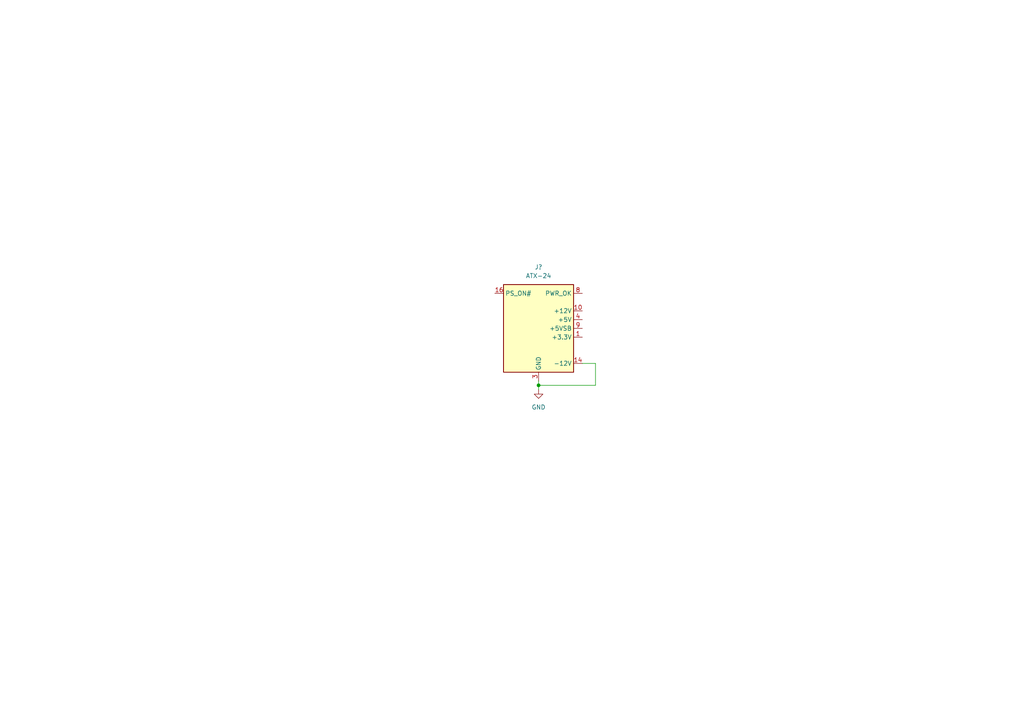
<source format=kicad_sch>
(kicad_sch (version 20211123) (generator eeschema)
  (paper "A4")
  (lib_symbols
    (symbol "Connector:ATX-24"
      (property "Reference" "J" (at -8.89 13.97 0))
      (property "Value" "ATX-24" (at 6.35 13.97 0))
      (symbol "ATX-24_0_1"
        (rectangle (start -10.16 12.7) (end 10.16 -12.7) (stroke (width 0.254)) (fill (type background)))
      )
      (symbol "ATX-24_1_1"
        (pin power_out line (at 12.7 -2.54 180) (length 2.54) (name "+3.3V") (number "1"))
        (pin power_out line (at 12.7 5.08 180) (length 2.54) (name "+12V") (number "10"))
        (pin passive line (at 12.7 5.08 180) (length 2.54) hide (name "+12V") (number "11"))
        (pin passive line (at 12.7 -2.54 180) (length 2.54) hide (name "+3.3V") (number "12"))
        (pin passive line (at 12.7 -2.54 180) (length 2.54) hide (name "+3.3V") (number "13"))
        (pin power_out line (at 12.7 -10.16 180) (length 2.54) (name "-12V") (number "14"))
        (pin passive line (at 0 -15.24 90) (length 2.54) hide (name "GND") (number "15"))
        (pin open_collector line (at -12.7 10.16 0) (length 2.54) (name "PS_ON#") (number "16"))
        (pin passive line (at 0 -15.24 90) (length 2.54) hide (name "GND") (number "17"))
        (pin passive line (at 0 -15.24 90) (length 2.54) hide (name "GND") (number "18"))
        (pin passive line (at 0 -15.24 90) (length 2.54) hide (name "GND") (number "19"))
        (pin passive line (at 12.7 -2.54 180) (length 2.54) hide (name "+3.3V") (number "2"))
        (pin no_connect line (at -10.16 0 0) (length 2.54) hide (name "NC") (number "20"))
        (pin passive line (at 12.7 2.54 180) (length 2.54) hide (name "+5V") (number "21"))
        (pin passive line (at 12.7 2.54 180) (length 2.54) hide (name "+5V") (number "22"))
        (pin passive line (at 12.7 2.54 180) (length 2.54) hide (name "+5V") (number "23"))
        (pin passive line (at 0 -15.24 90) (length 2.54) hide (name "GND") (number "24"))
        (pin power_out line (at 0 -15.24 90) (length 2.54) (name "GND") (number "3"))
        (pin power_out line (at 12.7 2.54 180) (length 2.54) (name "+5V") (number "4"))
        (pin passive line (at 0 -15.24 90) (length 2.54) hide (name "GND") (number "5"))
        (pin passive line (at 12.7 2.54 180) (length 2.54) hide (name "+5V") (number "6"))
        (pin passive line (at 0 -15.24 90) (length 2.54) hide (name "GND") (number "7"))
        (pin output line (at 12.7 10.16 180) (length 2.54) (name "PWR_OK") (number "8"))
        (pin power_out line (at 12.7 0 180) (length 2.54) (name "+5VSB") (number "9"))
      )
    )
    (symbol "power:GND" (power) (pin_names (offset 0))
      (property "Value" "GND" (at 0 -3.81 0))
      (symbol "GND_0_1"
        (polyline (pts (xy 0 0) (xy 0 -1.27) (xy 1.27 -1.27) (xy 0 -2.54) (xy -1.27 -1.27) (xy 0 -1.27)))
      )
      (symbol "GND_1_1"
        (pin power_in line (at 0 0 270) (length 0) hide (name "GND") (number "1"))
      )
    )
  )
  (junction (at 156.21 111.76))
  (wire (pts (xy 172.72 111.76) (xy 172.72 105.41)))
  (wire (pts (xy 156.21 111.76) (xy 156.21 113.03)))
  (wire (pts (xy 172.72 105.41) (xy 168.91 105.41)))
  (wire (pts (xy 156.21 111.76) (xy 172.72 111.76)))
  (wire (pts (xy 156.21 110.49) (xy 156.21 111.76)))
  (symbol (lib_id "power:GND") (at 156.21 113.03 0) (unit 1)
    (property "Reference" "#PWR?" (effects hide))
    (property "Value" "GND" (at 156.21 118.11 0))
  )
  (symbol (lib_id "Connector:ATX-24") (at 156.21 95.25 0) (unit 1)
    (property "Reference" "J?" (at 156.21 77.47 0))
    (property "Value" "ATX-24" (at 156.21 80.01 0))
    (property "Datasheet" "https://www.intel.com/content/dam/www/public/us/en/documents/guides/power-supply-design-guide-june.pdf#page=33" (effects hide))
  )
)
</source>
